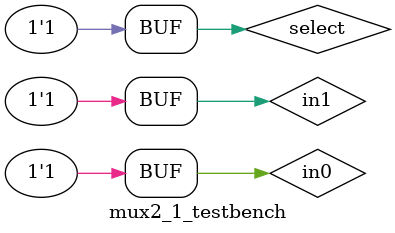
<source format=sv>
module mux2_1(out, in0, in1, select);

	input logic in0, in1, select;
	output logic out;
	logic s_bar, w1, w2;

	not #50 not1(s_bar, select);
	
	
	and #50 and1(w1, s_bar, in0);
	and #50 and2(w2, select, in1);

	or #50 or1(out, w1, w2);

endmodule


module mux2_1_testbench();
		logic in0, in1, select;
		logic out;
		
		mux2_1 dut (.out, .in0, .in1, .select);
		
		initial begin
				select=0; in0=0; in1=0; #10;
				select=0; in0=0; in1=1; #10;
				select=0; in0=1; in1=0; #10;
				select=0; in0=1; in1=1; #10;
				select=1; in0=0; in1=0; #10;
				select=1; in0=0; in1=1; #10;
				select=1; in0=1; in1=0; #10;
				select=1; in0=1; in1=1; #10;
		end
endmodule

</source>
